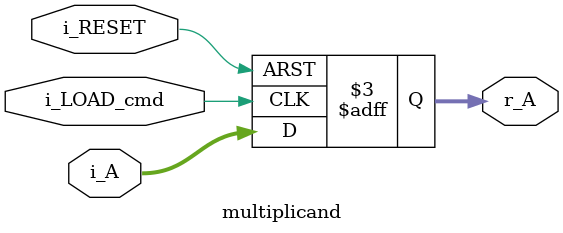
<source format=v>
`timescale 1ns / 1ps

module multiplicand(
    i_RESET,
    i_A,
    i_LOAD_cmd,
    r_A    
    );

    input i_RESET, i_LOAD_cmd;
    input[3:0] i_A;
    output reg [3:0] r_A;   
        
    always @(posedge i_LOAD_cmd, negedge i_RESET)
    begin
        if(i_RESET == 1'b0)
            r_A <= 4'b0000;     // clear register
        else
            r_A <= i_A;         // load register   
    end
        
endmodule

</source>
